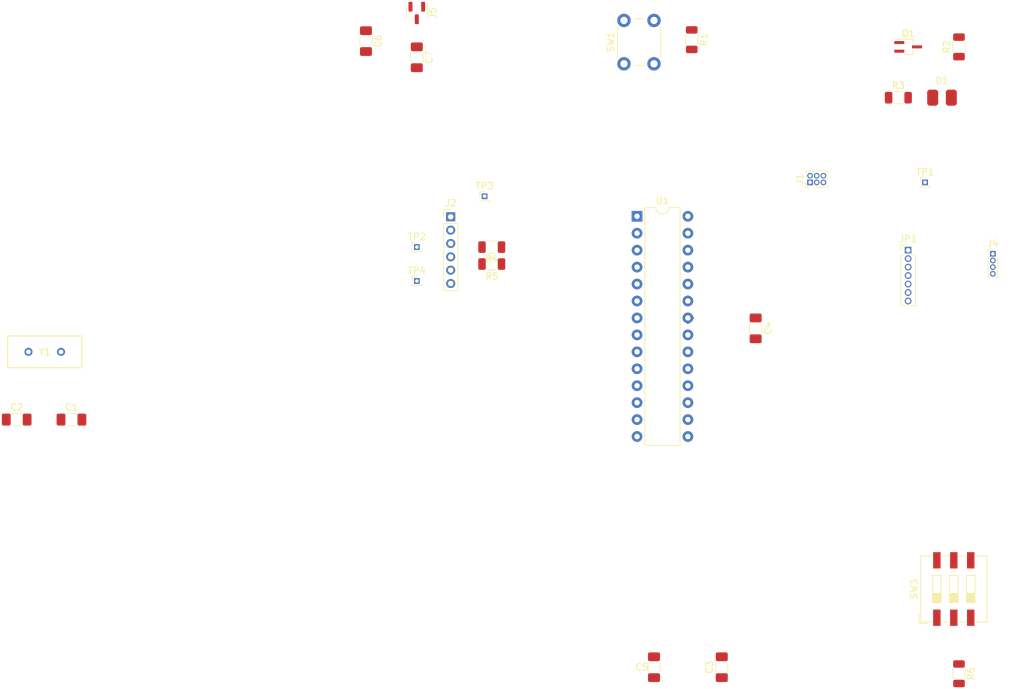
<source format=kicad_pcb>
(kicad_pcb (version 20221018) (generator pcbnew)
  (layers (0 "F.Cu" signal) (31 "B.Cu" signal) (34 "B.Paste" user) (35 "F.Paste" user) (36 "B.SilkS" user "B.Silkscreen") (37 "F.SilkS" user "F.Silkscreen") (38 "B.Mask" user) (39 "F.Mask" user) (44 "Edge.Cuts" user))
  (net 0 "")
  (net 1 "GND")
  (net 2 "Net-(U1-XTAL2{slash}PB7)")
  (net 3 "Net-(U1-XTAL1{slash}PB6)")
  (net 4 "+3.3V")
  (net 5 "Net-(U1-AREF)")
  (net 6 "+VDC")
  (net 7 "Net-(D1-K)")
  (net 8 "Net-(D1-A)")
  (net 9 "Net-(J1-MISO)")
  (net 10 "+5V")
  (net 11 "Net-(J1-SCK)")
  (net 12 "Net-(J1-MOSI)")
  (net 13 "Net-(J1-~{RST})")
  (net 15 "Net-(J2-Pin_3)")
  (net 16 "Net-(J2-Pin_4)")
  (net 17 "Net-(J2-Pin_5)")
  (net 19 "/SCL_3.3V")
  (net 20 "/SDA_3.3V")
  (net 21 "/V_IN")
  (net 22 "/INT")
  (net 23 "/LED_EN")
  (net 24 "Net-(U1-(RXD)PD0)")
  (net 25 "Net-(U1-(TXD)PD1)")
  (net 26 "Net-(R6-Pad2)")
  (net 31 "Net-(SW3-A)")
  (footprint "Resistor_SMD:R_1206_3216Metric" (layer "F.Cu") (at 208.28 43.18 90)
    (fp_text reference "R2" (at 0 -1.82 90) (layer "F.SilkS"))
    (fp_text value "1k")
    (fp_line (start -0.727064 -0.91) (end 0.727064 -0.91) (stroke (width 0.12)) (layer "F.SilkS"))
    (fp_line (start -0.727064 0.91) (end 0.727064 0.91) (stroke (width 0.12)) (layer "F.SilkS"))
    (pad "1" smd roundrect (at -1.4625 0 90) (size 1.125 1.75) (layers "F.Cu" "F.Paste" "F.Mask") (roundrect_rratio 0.222222) (net 4 "+3.3V"))
    (pad "2" smd roundrect (at 1.4625 0 90) (size 1.125 1.75) (layers "F.Cu" "F.Paste" "F.Mask") (roundrect_rratio 0.222222) (net 8 "Net-(D1-A)"))
  )
  (footprint "Connector_PinHeader_1.00mm:PinHeader_1x01_P1.00mm_Vertical" (layer "F.Cu") (at 127 78.28)
    (fp_text reference "TP4" (at 0 -1.56) (layer "F.SilkS"))
    (fp_text value "TestPoint")
    (fp_line (start -0.695 -0.685) (end 0 -0.685) (stroke (width 0.12)) (layer "F.SilkS"))
    (fp_line (start -0.695 0) (end -0.695 -0.685) (stroke (width 0.12)) (layer "F.SilkS"))
    (fp_line (start -0.695 0.685) (end -0.695 0.56) (stroke (width 0.12)) (layer "F.SilkS"))
    (fp_line (start -0.695 0.685) (end -0.608276 0.685) (stroke (width 0.12)) (layer "F.SilkS"))
    (fp_line (start -0.695 0.685) (end 0.695 0.685) (stroke (width 0.12)) (layer "F.SilkS"))
    (fp_line (start 0.608276 0.685) (end 0.695 0.685) (stroke (width 0.12)) (layer "F.SilkS"))
    (fp_line (start 0.695 0.685) (end 0.695 0.56) (stroke (width 0.12)) (layer "F.SilkS"))
    (pad "1" thru_hole rect (at 0 0) (size 0.85 0.85) (drill 0.5) (layers "*.Cu" "*.Mask") (net 17 "Net-(J2-Pin_5)"))
  )
  (footprint "Button_Switch_SMD:SW_DIP_SPSTx03_Slide_9.78x9.8mm_W8.61mm_P2.54mm" (layer "F.Cu") (at 207.505 124.46 90)
    (fp_text reference "SW3" (at 0 -5.96 90) (layer "F.SilkS"))
    (fp_text value "SW_MEC_5E")
    (fp_line (start -5.19 -5.2) (end -5.19 -3.817) (stroke (width 0.12)) (layer "F.SilkS"))
    (fp_line (start -5.19 -5.2) (end -3.806 -5.2) (stroke (width 0.12)) (layer "F.SilkS"))
    (fp_line (start -4.95 -4.96) (end -4.95 -3.34) (stroke (width 0.12)) (layer "F.SilkS"))
    (fp_line (start -4.95 -4.96) (end 4.95 -4.96) (stroke (width 0.12)) (layer "F.SilkS"))
    (fp_line (start -4.95 -1.74) (end -4.95 -0.8) (stroke (width 0.12)) (layer "F.SilkS"))
    (fp_line (start -4.95 0.8) (end -4.95 1.74) (stroke (width 0.12)) (layer "F.SilkS"))
    (fp_line (start -4.95 3.34) (end -4.95 4.96) (stroke (width 0.12)) (layer "F.SilkS"))
    (fp_line (start -4.95 4.96) (end 4.95 4.96) (stroke (width 0.12)) (layer "F.SilkS"))
    (fp_line (start -2.03 -3.175) (end -2.03 -1.905) (stroke (width 0.12)) (layer "F.SilkS"))
    (fp_line (start -2.03 -3.055) (end -0.676667 -3.055) (stroke (width 0.12)) (layer "F.SilkS"))
    (fp_line (start -2.03 -2.935) (end -0.676667 -2.935) (stroke (width 0.12)) (layer "F.SilkS"))
    (fp_line (start -2.03 -2.815) (end -0.676667 -2.815) (stroke (width 0.12)) (layer "F.SilkS"))
    (fp_line (start -2.03 -2.695) (end -0.676667 -2.695) (stroke (width 0.12)) (layer "F.SilkS"))
    (fp_line (start -2.03 -2.575) (end -0.676667 -2.575) (stroke (width 0.12)) (layer "F.SilkS"))
    (fp_line (start -2.03 -2.455) (end -0.676667 -2.455) (stroke (width 0.12)) (layer "F.SilkS"))
    (fp_line (start -2.03 -2.335) (end -0.676667 -2.335) (stroke (width 0.12)) (layer "F.SilkS"))
    (fp_line (start -2.03 -2.215) (end -0.676667 -2.215) (stroke (width 0.12)) (layer "F.SilkS"))
    (fp_line (start -2.03 -2.095) (end -0.676667 -2.095) (stroke (width 0.12)) (layer "F.SilkS"))
    (fp_line (start -2.03 -1.975) (end -0.676667 -1.975) (stroke (width 0.12)) (layer "F.SilkS"))
    (fp_line (start -2.03 -1.905) (end 2.03 -1.905) (stroke (width 0.12)) (layer "F.SilkS"))
    (fp_line (start -2.03 -0.635) (end -2.03 0.635) (stroke (width 0.12)) (layer "F.SilkS"))
    (fp_line (start -2.03 -0.515) (end -0.676667 -0.515) (stroke (width 0.12)) (layer "F.SilkS"))
    (fp_line (start -2.03 -0.395) (end -0.676667 -0.395) (stroke (width 0.12)) (layer "F.SilkS"))
    (fp_line (start -2.03 -0.275) (end -0.676667 -0.275) (stroke (width 0.12)) (layer "F.SilkS"))
    (fp_line (start -2.03 -0.155) (end -0.676667 -0.155) (stroke (width 0.12)) (layer "F.SilkS"))
    (fp_line (start -2.03 -0.035) (end -0.676667 -0.035) (stroke (width 0.12)) (layer "F.SilkS"))
    (fp_line (start -2.03 0.085) (end -0.676667 0.085) (stroke (width 0.12)) (layer "F.SilkS"))
    (fp_line (start -2.03 0.205) (end -0.676667 0.205) (stroke (width 0.12)) (layer "F.SilkS"))
    (fp_line (start -2.03 0.325) (end -0.676667 0.325) (stroke (width 0.12)) (layer "F.SilkS"))
    (fp_line (start -2.03 0.445) (end -0.676667 0.445) (stroke (width 0.12)) (layer "F.SilkS"))
    (fp_line (start -2.03 0.565) (end -0.676667 0.565) (stroke (width 0.12)) (layer "F.SilkS"))
    (fp_line (start -2.03 0.635) (end 2.03 0.635) (stroke (width 0.12)) (layer "F.SilkS"))
    (fp_line (start -2.03 1.905) (end -2.03 3.175) (stroke (width 0.12)) (layer "F.SilkS"))
    (fp_line (start -2.03 2.025) (end -0.676667 2.025) (stroke (width 0.12)) (layer "F.SilkS"))
    (fp_line (start -2.03 2.145) (end -0.676667 2.145) (stroke (width 0.12)) (layer "F.SilkS"))
    (fp_line (start -2.03 2.265) (end -0.676667 2.265) (stroke (width 0.12)) (layer "F.SilkS"))
    (fp_line (start -2.03 2.385) (end -0.676667 2.385) (stroke (width 0.12)) (layer "F.SilkS"))
    (fp_line (start -2.03 2.505) (end -0.676667 2.505) (stroke (width 0.12)) (layer "F.SilkS"))
    (fp_line (start -2.03 2.625) (end -0.676667 2.625) (stroke (width 0.12)) (layer "F.SilkS"))
    (fp_line (start -2.03 2.745) (end -0.676667 2.745) (stroke (width 0.12)) (layer "F.SilkS"))
    (fp_line (start -2.03 2.865) (end -0.676667 2.865) (stroke (width 0.12)) (layer "F.SilkS"))
    (fp_line (start -2.03 2.985) (end -0.676667 2.985) (stroke (width 0.12)) (layer "F.SilkS"))
    (fp_line (start -2.03 3.105) (end -0.676667 3.105) (stroke (width 0.12)) (layer "F.SilkS"))
    (fp_line (start -2.03 3.175) (end 2.03 3.175) (stroke (width 0.12)) (layer "F.SilkS"))
    (fp_line (start -0.676667 -3.175) (end -0.676667 -1.905) (stroke (width 0.12)) (layer "F.SilkS"))
    (fp_line (start -0.676667 -0.635) (end -0.676667 0.635) (stroke (width 0.12)) (layer "F.SilkS"))
    (fp_line (start -0.676667 1.905) (end -0.676667 3.175) (stroke (width 0.12)) (layer "F.SilkS"))
    (fp_line (start 2.03 -3.175) (end -2.03 -3.175) (stroke (width 0.12)) (layer "F.SilkS"))
    (fp_line (start 2.03 -1.905) (end 2.03 -3.175) (stroke (width 0.12)) (layer "F.SilkS"))
    (fp_line (start 2.03 -0.635) (end -2.03 -0.635) (stroke (width 0.12)) (layer "F.SilkS"))
    (fp_line (start 2.03 0.635) (end 2.03 -0.635) (stroke (width 0.12)) (layer "F.SilkS"))
    (fp_line (start 2.03 1.905) (end -2.03 1.905) (stroke (width 0.12)) (layer "F.SilkS"))
    (fp_line (start 2.03 3.175) (end 2.03 1.905) (stroke (width 0.12)) (layer "F.SilkS"))
    (fp_line (start 4.95 -4.96) (end 4.95 -3.34) (stroke (width 0.12)) (layer "F.SilkS"))
    (fp_line (start 4.95 -1.74) (end 4.95 -0.8) (stroke (width 0.12)) (layer "F.SilkS"))
    (fp_line (start 4.95 0.8) (end 4.95 1.74) (stroke (width 0.12)) (layer "F.SilkS"))
    (fp_line (start 4.95 3.34) (end 4.95 4.96) (stroke (width 0.12)) (layer "F.SilkS"))
    (pad "1" smd rect (at -4.305 -2.54 90) (size 2.44 1.12) (layers "F.Cu" "F.Paste" "F.Mask") (net 4 "+3.3V"))
    (pad "2" smd rect (at -4.305 0 90) (size 2.44 1.12) (layers "F.Cu" "F.Paste" "F.Mask") (net 26 "Net-(R6-Pad2)"))
    (pad "3" smd rect (at -4.305 2.54 90) (size 2.44 1.12) (layers "F.Cu" "F.Paste" "F.Mask"))
    (pad "4" smd rect (at 4.305 2.54 90) (size 2.44 1.12) (layers "F.Cu" "F.Paste" "F.Mask") (net 31 "Net-(SW3-A)"))
    (pad "5" smd rect (at 4.305 0 90) (size 2.44 1.12) (layers "F.Cu" "F.Paste" "F.Mask"))
    (pad "6" smd rect (at 4.305 -2.54 90) (size 2.44 1.12) (layers "F.Cu" "F.Paste" "F.Mask"))
  )
  (footprint "Capacitor_SMD:C_1206_3216Metric_Pad1.33x1.80mm_HandSolder" (layer "F.Cu") (at 172.72 136.1825 90)
    (fp_text reference "C3" (at 0 -1.85 90) (layer "F.SilkS"))
    (fp_text value "100n")
    (fp_line (start -0.711252 -0.91) (end 0.711252 -0.91) (stroke (width 0.12)) (layer "F.SilkS"))
    (fp_line (start -0.711252 0.91) (end 0.711252 0.91) (stroke (width 0.12)) (layer "F.SilkS"))
    (pad "1" smd roundrect (at -1.5625 0 90) (size 1.325 1.8) (layers "F.Cu" "F.Paste" "F.Mask") (roundrect_rratio 0.188679) (net 1 "GND"))
    (pad "2" smd roundrect (at 1.5625 0 90) (size 1.325 1.8) (layers "F.Cu" "F.Paste" "F.Mask") (roundrect_rratio 0.188679) (net 4 "+3.3V"))
  )
  (footprint "Resistor_SMD:R_1206_3216Metric" (layer "F.Cu") (at 199.1975 50.8)
    (fp_text reference "R3" (at 0 -1.82) (layer "F.SilkS"))
    (fp_text value "10k")
    (fp_line (start -0.727064 -0.91) (end 0.727064 -0.91) (stroke (width 0.12)) (layer "F.SilkS"))
    (fp_line (start -0.727064 0.91) (end 0.727064 0.91) (stroke (width 0.12)) (layer "F.SilkS"))
    (pad "1" smd roundrect (at -1.4625 0) (size 1.125 1.75) (layers "F.Cu" "F.Paste" "F.Mask") (roundrect_rratio 0.222222) (net 11 "Net-(J1-SCK)"))
    (pad "2" smd roundrect (at 1.4625 0) (size 1.125 1.75) (layers "F.Cu" "F.Paste" "F.Mask") (roundrect_rratio 0.222222) (net 1 "GND"))
  )
  (footprint "Connector_PinHeader_1.00mm:PinHeader_1x01_P1.00mm_Vertical" (layer "F.Cu") (at 137.16 65.58)
    (fp_text reference "TP3" (at 0 -1.56) (layer "F.SilkS"))
    (fp_text value "TestPoint")
    (fp_line (start -0.695 -0.685) (end 0 -0.685) (stroke (width 0.12)) (layer "F.SilkS"))
    (fp_line (start -0.695 0) (end -0.695 -0.685) (stroke (width 0.12)) (layer "F.SilkS"))
    (fp_line (start -0.695 0.685) (end -0.695 0.56) (stroke (width 0.12)) (layer "F.SilkS"))
    (fp_line (start -0.695 0.685) (end -0.608276 0.685) (stroke (width 0.12)) (layer "F.SilkS"))
    (fp_line (start -0.695 0.685) (end 0.695 0.685) (stroke (width 0.12)) (layer "F.SilkS"))
    (fp_line (start 0.608276 0.685) (end 0.695 0.685) (stroke (width 0.12)) (layer "F.SilkS"))
    (fp_line (start 0.695 0.685) (end 0.695 0.56) (stroke (width 0.12)) (layer "F.SilkS"))
    (pad "1" thru_hole rect (at 0 0) (size 0.85 0.85) (drill 0.5) (layers "*.Cu" "*.Mask") (net 16 "Net-(J2-Pin_4)"))
  )
  (footprint "Package_TO_SOT_SMD:SOT-323_SC-70_Handsoldering" (layer "F.Cu") (at 200.66 43.18)
    (fp_text reference "Q1" (at 0 -2) (layer "F.SilkS"))
    (fp_text value "Q_NMOS_GDS")
    (fp_line (start -0.675 1.16) (end 0.735 1.16) (stroke (width 0.12)) (layer "F.SilkS"))
    (fp_line (start 0.735 -1.17) (end 0.735 -0.5) (stroke (width 0.12)) (layer "F.SilkS"))
    (fp_line (start 0.735 -1.16) (end -2 -1.16) (stroke (width 0.12)) (layer "F.SilkS"))
    (fp_line (start 0.735 0.5) (end 0.735 1.16) (stroke (width 0.12)) (layer "F.SilkS"))
    (pad "1" smd rect (at -1.33 -0.65 270) (size 0.45 1.5) (layers "F.Cu" "F.Paste" "F.Mask") (net 11 "Net-(J1-SCK)"))
    (pad "2" smd rect (at -1.33 0.65 270) (size 0.45 1.5) (layers "F.Cu" "F.Paste" "F.Mask") (net 7 "Net-(D1-K)"))
    (pad "3" smd rect (at 1.33 0 270) (size 0.45 1.5) (layers "F.Cu" "F.Paste" "F.Mask") (net 1 "GND"))
  )
  (footprint "Connector_PinHeader_1.27mm:PinHeader_1x07_P1.27mm_Vertical" (layer "F.Cu") (at 200.66 73.66)
    (fp_text reference "JP1" (at 0 -1.695) (layer "F.SilkS"))
    (fp_text value "HEADER-1X770MIL")
    (fp_line (start -1.11 -0.76) (end 0 -0.76) (stroke (width 0.12)) (layer "F.SilkS"))
    (fp_line (start -1.11 0) (end -1.11 -0.76) (stroke (width 0.12)) (layer "F.SilkS"))
    (fp_line (start -1.11 0.76) (end -1.11 8.315) (stroke (width 0.12)) (layer "F.SilkS"))
    (fp_line (start -1.11 0.76) (end -0.563471 0.76) (stroke (width 0.12)) (layer "F.SilkS"))
    (fp_line (start -1.11 8.315) (end -0.30753 8.315) (stroke (width 0.12)) (layer "F.SilkS"))
    (fp_line (start 0.30753 8.315) (end 1.11 8.315) (stroke (width 0.12)) (layer "F.SilkS"))
    (fp_line (start 0.563471 0.76) (end 1.11 0.76) (stroke (width 0.12)) (layer "F.SilkS"))
    (fp_line (start 1.11 0.76) (end 1.11 8.315) (stroke (width 0.12)) (layer "F.SilkS"))
    (pad "1" thru_hole rect (at 0 0) (size 1 1) (drill 0.65) (layers "*.Cu" "*.Mask") (net 21 "/V_IN"))
    (pad "2" thru_hole oval (at 0 1.27) (size 1 1) (drill 0.65) (layers "*.Cu" "*.Mask") (net 1 "GND"))
    (pad "3" thru_hole oval (at 0 2.54) (size 1 1) (drill 0.65) (layers "*.Cu" "*.Mask") (net 4 "+3.3V"))
    (pad "4" thru_hole oval (at 0 3.81) (size 1 1) (drill 0.65) (layers "*.Cu" "*.Mask") (net 19 "/SCL_3.3V"))
    (pad "5" thru_hole oval (at 0 5.08) (size 1 1) (drill 0.65) (layers "*.Cu" "*.Mask") (net 20 "/SDA_3.3V"))
    (pad "6" thru_hole oval (at 0 6.35) (size 1 1) (drill 0.65) (layers "*.Cu" "*.Mask") (net 22 "/INT"))
    (pad "7" thru_hole oval (at 0 7.62) (size 1 1) (drill 0.65) (layers "*.Cu" "*.Mask") (net 23 "/LED_EN"))
  )
  (footprint "LED_SMD:LED_0805_2012Metric_Pad1.15x1.40mm_HandSolder" (layer "F.Cu") (at 205.74 50.8)
    (fp_text reference "D1" (at 0 -2.54) (layer "F.SilkS"))
    (fp_text value "LED")
    (pad "1" smd roundrect (at -1.403 0) (size 1.65 2.41) (layers "F.Cu" "F.Paste" "F.Mask") (net 7 "Net-(D1-K)"))
    (pad "2" smd roundrect (at 1.397 0) (size 1.65 2.41) (layers "F.Cu" "F.Paste" "F.Mask") (net 8 "Net-(D1-A)"))
  )
  (footprint "Capacitor_SMD:C_1206_3216Metric_Pad1.33x1.80mm_HandSolder" (layer "F.Cu") (at 67.0175 99.06)
    (fp_text reference "C2" (at 0 -1.85) (layer "F.SilkS"))
    (fp_text value "20p")
    (fp_line (start -0.711252 -0.91) (end 0.711252 -0.91) (stroke (width 0.12)) (layer "F.SilkS"))
    (fp_line (start -0.711252 0.91) (end 0.711252 0.91) (stroke (width 0.12)) (layer "F.SilkS"))
    (pad "1" smd roundrect (at -1.5625 0) (size 1.325 1.8) (layers "F.Cu" "F.Paste" "F.Mask") (roundrect_rratio 0.188679) (net 1 "GND"))
    (pad "2" smd roundrect (at 1.5625 0) (size 1.325 1.8) (layers "F.Cu" "F.Paste" "F.Mask") (roundrect_rratio 0.188679) (net 3 "Net-(U1-XTAL1{slash}PB6)"))
  )
  (footprint "Resistor_SMD:R_1206_3216Metric" (layer "F.Cu") (at 168.22 42.1025 -90)
    (fp_text reference "R1" (at 0 -1.82 90) (layer "F.SilkS"))
    (fp_text value "10k")
    (fp_line (start -0.727064 -0.91) (end 0.727064 -0.91) (stroke (width 0.12)) (layer "F.SilkS"))
    (fp_line (start -0.727064 0.91) (end 0.727064 0.91) (stroke (width 0.12)) (layer "F.SilkS"))
    (pad "1" smd roundrect (at -1.4625 0 270) (size 1.125 1.75) (layers "F.Cu" "F.Paste" "F.Mask") (roundrect_rratio 0.222222) (net 4 "+3.3V"))
    (pad "2" smd roundrect (at 1.4625 0 270) (size 1.125 1.75) (layers "F.Cu" "F.Paste" "F.Mask") (roundrect_rratio 0.222222) (net 13 "Net-(J1-~{RST})"))
  )
  (footprint "Capacitor_SMD:C_1206_3216Metric_Pad1.33x1.80mm_HandSolder" (layer "F.Cu") (at 119.38 42.3175 -90)
    (fp_text reference "C6" (at 0 -1.85 -90) (layer "F.SilkS"))
    (fp_text value "1uF")
    (fp_line (start -0.711252 -0.91) (end 0.711252 -0.91) (stroke (width 0.12)) (layer "F.SilkS"))
    (fp_line (start -0.711252 0.91) (end 0.711252 0.91) (stroke (width 0.12)) (layer "F.SilkS"))
    (pad "1" smd roundrect (at -1.5625 0 270) (size 1.325 1.8) (layers "F.Cu" "F.Paste" "F.Mask") (roundrect_rratio 0.188679) (net 6 "+VDC"))
    (pad "2" smd roundrect (at 1.5625 0 270) (size 1.325 1.8) (layers "F.Cu" "F.Paste" "F.Mask") (roundrect_rratio 0.188679) (net 1 "GND"))
  )
  (footprint "Button_Switch_THT:SW_PUSH_6mm" (layer "F.Cu") (at 158.06 45.72 90)
    (fp_text reference "SW1" (at 3.25 -2 90) (layer "F.SilkS"))
    (fp_text value "SW_SPST")
    (fp_line (start -0.25 1.5) (end -0.25 3) (stroke (width 0.12)) (layer "F.SilkS"))
    (fp_line (start 1 5.5) (end 5.5 5.5) (stroke (width 0.12)) (layer "F.SilkS"))
    (fp_line (start 5.5 -1) (end 1 -1) (stroke (width 0.12)) (layer "F.SilkS"))
    (fp_line (start 6.75 3) (end 6.75 1.5) (stroke (width 0.12)) (layer "F.SilkS"))
    (pad "1" thru_hole circle (at 0 0 180) (size 2 2) (drill 1.1) (layers "*.Cu" "*.Mask") (net 1 "GND"))
    (pad "1" thru_hole circle (at 6.5 0 180) (size 2 2) (drill 1.1) (layers "*.Cu" "*.Mask") (net 1 "GND"))
    (pad "2" thru_hole circle (at 0 4.5 180) (size 2 2) (drill 1.1) (layers "*.Cu" "*.Mask") (net 13 "Net-(J1-~{RST})"))
    (pad "2" thru_hole circle (at 6.5 4.5 180) (size 2 2) (drill 1.1) (layers "*.Cu" "*.Mask") (net 13 "Net-(J1-~{RST})"))
  )
  (footprint "Capacitor_SMD:C_1206_3216Metric_Pad1.33x1.80mm_HandSolder" (layer "F.Cu") (at 162.56 136.1825 90)
    (fp_text reference "C5" (at 0 -1.85) (layer "F.SilkS"))
    (fp_text value "100n")
    (fp_line (start -0.711252 -0.91) (end 0.711252 -0.91) (stroke (width 0.12)) (layer "F.SilkS"))
    (fp_line (start -0.711252 0.91) (end 0.711252 0.91) (stroke (width 0.12)) (layer "F.SilkS"))
    (pad "1" smd roundrect (at -1.5625 0 90) (size 1.325 1.8) (layers "F.Cu" "F.Paste" "F.Mask") (roundrect_rratio 0.188679) (net 1 "GND"))
    (pad "2" smd roundrect (at 1.5625 0 90) (size 1.325 1.8) (layers "F.Cu" "F.Paste" "F.Mask") (roundrect_rratio 0.188679) (net 5 "Net-(U1-AREF)"))
  )
  (footprint "footprints:ATS08A-E_CTS" (layer "F.Cu") (at 68.779999 88.9)
    (fp_text reference "Y1" (at 2.44 0 unlocked) (layer "F.SilkS"))
    (fp_text value "8 MHz")
    (fp_line (start -3.1099 -2.3749) (end -3.1099 2.3749) (stroke (width 0.1524)) (layer "F.SilkS"))
    (fp_line (start 7.9899 -2.3749) (end -3.1099 -2.3749) (stroke (width 0.1524)) (layer "F.SilkS"))
    (fp_line (start 7.9899 -2.3749) (end 7.9899 2.3749) (stroke (width 0.1524)) (layer "F.SilkS"))
    (fp_line (start 7.9899 2.3749) (end -3.1099 2.3749) (stroke (width 0.1524)) (layer "F.SilkS"))
    (pad "1" thru_hole circle (at 0 0) (size 1.1938 1.1938) (drill 0.6858) (layers "*.Cu" "*.Mask") (net 3 "Net-(U1-XTAL1{slash}PB6)"))
    (pad "2" thru_hole circle (at 4.880001 0) (size 1.1938 1.1938) (drill 0.6858) (layers "*.Cu" "*.Mask") (net 2 "Net-(U1-XTAL2{slash}PB7)"))
  )
  (footprint "Connector_PinHeader_1.00mm:PinHeader_1x04_P1.00mm_Vertical" (layer "F.Cu") (at 213.36 74.2)
    (fp_text reference "J4" (at 0 -1.56) (layer "F.SilkS"))
    (fp_text value "Conn_01x04")
    (fp_line (start -0.695 -0.685) (end 0 -0.685) (stroke (width 0.12)) (layer "F.SilkS"))
    (fp_line (start -0.695 0) (end -0.695 -0.685) (stroke (width 0.12)) (layer "F.SilkS"))
    (fp_line (start -0.695 0.685) (end -0.695 3.56) (stroke (width 0.12)) (layer "F.SilkS"))
    (fp_line (start -0.695 0.685) (end -0.608276 0.685) (stroke (width 0.12)) (layer "F.SilkS"))
    (fp_line (start -0.695 3.56) (end -0.394493 3.56) (stroke (width 0.12)) (layer "F.SilkS"))
    (fp_line (start 0.394493 3.56) (end 0.695 3.56) (stroke (width 0.12)) (layer "F.SilkS"))
    (fp_line (start 0.608276 0.685) (end 0.695 0.685) (stroke (width 0.12)) (layer "F.SilkS"))
    (fp_line (start 0.695 0.685) (end 0.695 3.56) (stroke (width 0.12)) (layer "F.SilkS"))
    (pad "1" thru_hole rect (at 0 0) (size 0.85 0.85) (drill 0.5) (layers "*.Cu" "*.Mask") (net 1 "GND"))
    (pad "2" thru_hole oval (at 0 1) (size 0.85 0.85) (drill 0.5) (layers "*.Cu" "*.Mask") (net 4 "+3.3V"))
    (pad "3" thru_hole oval (at 0 2) (size 0.85 0.85) (drill 0.5) (layers "*.Cu" "*.Mask") (net 19 "/SCL_3.3V"))
    (pad "4" thru_hole oval (at 0 3) (size 0.85 0.85) (drill 0.5) (layers "*.Cu" "*.Mask") (net 20 "/SDA_3.3V"))
  )
  (footprint "Capacitor_SMD:C_1206_3216Metric_Pad1.33x1.80mm_HandSolder" (layer "F.Cu") (at 177.8 85.3825 -90)
    (fp_text reference "C4" (at 0 -1.85 90) (layer "F.SilkS"))
    (fp_text value "100n")
    (fp_line (start -0.711252 -0.91) (end 0.711252 -0.91) (stroke (width 0.12)) (layer "F.SilkS"))
    (fp_line (start -0.711252 0.91) (end 0.711252 0.91) (stroke (width 0.12)) (layer "F.SilkS"))
    (pad "1" smd roundrect (at -1.5625 0 270) (size 1.325 1.8) (layers "F.Cu" "F.Paste" "F.Mask") (roundrect_rratio 0.188679) (net 1 "GND"))
    (pad "2" smd roundrect (at 1.5625 0 270) (size 1.325 1.8) (layers "F.Cu" "F.Paste" "F.Mask") (roundrect_rratio 0.188679) (net 4 "+3.3V"))
  )
  (footprint "Package_TO_SOT_SMD:SOT-23" (layer "F.Cu") (at 127 38.1 -90)
    (fp_text reference "J5" (at 0 -2.4 -90) (layer "F.SilkS"))
    (fp_text value "~")
    (fp_line (start 0 -1.56) (end -1.675 -1.56) (stroke (width 0.12)) (layer "F.SilkS"))
    (fp_line (start 0 -1.56) (end 0.65 -1.56) (stroke (width 0.12)) (layer "F.SilkS"))
    (fp_line (start 0 1.56) (end -0.65 1.56) (stroke (width 0.12)) (layer "F.SilkS"))
    (fp_line (start 0 1.56) (end 0.65 1.56) (stroke (width 0.12)) (layer "F.SilkS"))
    (pad "1" smd roundrect (at -0.9375 -0.95 270) (size 1.475 0.6) (layers "F.Cu" "F.Paste" "F.Mask") (net 6 "+VDC"))
    (pad "2" smd roundrect (at -0.9375 0.95 270) (size 1.475 0.6) (layers "F.Cu" "F.Paste" "F.Mask") (net 4 "+3.3V"))
    (pad "3" smd roundrect (at 0.9375 0 270) (size 1.475 0.6) (layers "F.Cu" "F.Paste" "F.Mask") (net 1 "GND"))
  )
  (footprint "Connector_PinHeader_1.00mm:PinHeader_1x01_P1.00mm_Vertical" (layer "F.Cu") (at 127 73.2)
    (fp_text reference "TP2" (at 0 -1.56) (layer "F.SilkS"))
    (fp_text value "TestPoint")
    (fp_line (start -0.695 -0.685) (end 0 -0.685) (stroke (width 0.12)) (layer "F.SilkS"))
    (fp_line (start -0.695 0) (end -0.695 -0.685) (stroke (width 0.12)) (layer "F.SilkS"))
    (fp_line (start -0.695 0.685) (end -0.695 0.56) (stroke (width 0.12)) (layer "F.SilkS"))
    (fp_line (start -0.695 0.685) (end -0.608276 0.685) (stroke (width 0.12)) (layer "F.SilkS"))
    (fp_line (start -0.695 0.685) (end 0.695 0.685) (stroke (width 0.12)) (layer "F.SilkS"))
    (fp_line (start 0.608276 0.685) (end 0.695 0.685) (stroke (width 0.12)) (layer "F.SilkS"))
    (fp_line (start 0.695 0.685) (end 0.695 0.56) (stroke (width 0.12)) (layer "F.SilkS"))
    (pad "1" thru_hole rect (at 0 0) (size 0.85 0.85) (drill 0.5) (layers "*.Cu" "*.Mask") (net 15 "Net-(J2-Pin_3)"))
  )
  (footprint "Package_DIP:DIP-28_W7.62mm" (layer "F.Cu") (at 160.02 68.58)
    (fp_text reference "U1" (at 3.81 -2.33) (layer "F.SilkS"))
    (fp_text value "ATmega328P-P")
    (fp_line (start 1.16 -1.33) (end 1.16 34.35) (stroke (width 0.12)) (layer "F.SilkS"))
    (fp_line (start 1.16 34.35) (end 6.46 34.35) (stroke (width 0.12)) (layer "F.SilkS"))
    (fp_line (start 2.81 -1.33) (end 1.16 -1.33) (stroke (width 0.12)) (layer "F.SilkS"))
    (fp_line (start 6.46 -1.33) (end 4.81 -1.33) (stroke (width 0.12)) (layer "F.SilkS"))
    (fp_line (start 6.46 34.35) (end 6.46 -1.33) (stroke (width 0.12)) (layer "F.SilkS"))
    (fp_arc (start 4.81 -1.33) (mid 3.81 -0.33) (end 2.81 -1.33) (stroke (width 0.12)) (layer "F.SilkS"))
    (pad "1" thru_hole rect (at 0 0) (size 1.6 1.6) (drill 0.8) (layers "*.Cu" "*.Mask") (net 13 "Net-(J1-~{RST})"))
    (pad "2" thru_hole oval (at 0 2.54) (size 1.6 1.6) (drill 0.8) (layers "*.Cu" "*.Mask") (net 24 "Net-(U1-(RXD)PD0)"))
    (pad "3" thru_hole oval (at 0 5.08) (size 1.6 1.6) (drill 0.8) (layers "*.Cu" "*.Mask") (net 25 "Net-(U1-(TXD)PD1)"))
    (pad "4" thru_hole oval (at 0 7.62) (size 1.6 1.6) (drill 0.8) (layers "*.Cu" "*.Mask"))
    (pad "5" thru_hole oval (at 0 10.16) (size 1.6 1.6) (drill 0.8) (layers "*.Cu" "*.Mask"))
    (pad "6" thru_hole oval (at 0 12.7) (size 1.6 1.6) (drill 0.8) (layers "*.Cu" "*.Mask"))
    (pad "7" thru_hole oval (at 0 15.24) (size 1.6 1.6) (drill 0.8) (layers "*.Cu" "*.Mask") (net 4 "+3.3V"))
    (pad "8" thru_hole oval (at 0 17.78) (size 1.6 1.6) (drill 0.8) (layers "*.Cu" "*.Mask") (net 1 "GND"))
    (pad "9" thru_hole oval (at 0 20.32) (size 1.6 1.6) (drill 0.8) (layers "*.Cu" "*.Mask") (net 3 "Net-(U1-XTAL1{slash}PB6)"))
    (pad "10" thru_hole oval (at 0 22.86) (size 1.6 1.6) (drill 0.8) (layers "*.Cu" "*.Mask") (net 2 "Net-(U1-XTAL2{slash}PB7)"))
    (pad "11" thru_hole oval (at 0 25.4) (size 1.6 1.6) (drill 0.8) (layers "*.Cu" "*.Mask"))
    (pad "12" thru_hole oval (at 0 27.94) (size 1.6 1.6) (drill 0.8) (layers "*.Cu" "*.Mask") (net 23 "/LED_EN"))
    (pad "13" thru_hole oval (at 0 30.48) (size 1.6 1.6) (drill 0.8) (layers "*.Cu" "*.Mask") (net 31 "Net-(SW3-A)"))
    (pad "14" thru_hole oval (at 0 33.02) (size 1.6 1.6) (drill 0.8) (layers "*.Cu" "*.Mask"))
    (pad "15" thru_hole oval (at 7.62 33.02) (size 1.6 1.6) (drill 0.8) (layers "*.Cu" "*.Mask"))
    (pad "16" thru_hole oval (at 7.62 30.48) (size 1.6 1.6) (drill 0.8) (layers "*.Cu" "*.Mask"))
    (pad "17" thru_hole oval (at 7.62 27.94) (size 1.6 1.6) (drill 0.8) (layers "*.Cu" "*.Mask") (net 12 "Net-(J1-MOSI)"))
    (pad "18" thru_hole oval (at 7.62 25.4) (size 1.6 1.6) (drill 0.8) (layers "*.Cu" "*.Mask") (net 9 "Net-(J1-MISO)"))
    (pad "19" thru_hole oval (at 7.62 22.86) (size 1.6 1.6) (drill 0.8) (layers "*.Cu" "*.Mask") (net 11 "Net-(J1-SCK)"))
    (pad "20" thru_hole oval (at 7.62 20.32) (size 1.6 1.6) (drill 0.8) (layers "*.Cu" "*.Mask") (net 4 "+3.3V"))
    (pad "21" thru_hole oval (at 7.62 17.78) (size 1.6 1.6) (drill 0.8) (layers "*.Cu" "*.Mask") (net 5 "Net-(U1-AREF)"))
    (pad "22" thru_hole oval (at 7.62 15.24) (size 1.6 1.6) (drill 0.8) (layers "*.Cu" "*.Mask") (net 1 "GND"))
    (pad "23" thru_hole oval (at 7.62 12.7) (size 1.6 1.6) (drill 0.8) (layers "*.Cu" "*.Mask"))
    (pad "24" thru_hole oval (at 7.62 10.16) (size 1.6 1.6) (drill 0.8) (layers "*.Cu" "*.Mask"))
    (pad "25" thru_hole oval (at 7.62 7.62) (size 1.6 1.6) (drill 0.8) (layers "*.Cu" "*.Mask"))
    (pad "26" thru_hole oval (at 7.62 5.08) (size 1.6 1.6) (drill 0.8) (layers "*.Cu" "*.Mask"))
    (pad "27" thru_hole oval (at 7.62 2.54) (size 1.6 1.6) (drill 0.8) (layers "*.Cu" "*.Mask") (net 20 "/SDA_3.3V"))
    (pad "28" thru_hole oval (at 7.62 0) (size 1.6 1.6) (drill 0.8) (layers "*.Cu" "*.Mask") (net 19 "/SCL_3.3V"))
  )
  (footprint "Capacitor_SMD:C_1206_3216Metric_Pad1.33x1.80mm_HandSolder" (layer "F.Cu") (at 127 44.7425 -90)
    (fp_text reference "C7" (at 0 -1.85 -90) (layer "F.SilkS"))
    (fp_text value "1uF")
    (fp_line (start -0.711252 -0.91) (end 0.711252 -0.91) (stroke (width 0.12)) (layer "F.SilkS"))
    (fp_line (start -0.711252 0.91) (end 0.711252 0.91) (stroke (width 0.12)) (layer "F.SilkS"))
    (pad "1" smd roundrect (at -1.5625 0 270) (size 1.325 1.8) (layers "F.Cu" "F.Paste" "F.Mask") (roundrect_rratio 0.188679) (net 4 "+3.3V"))
    (pad "2" smd roundrect (at 1.5625 0 270) (size 1.325 1.8) (layers "F.Cu" "F.Paste" "F.Mask") (roundrect_rratio 0.188679) (net 1 "GND"))
  )
  (footprint "Connector_PinHeader_1.00mm:PinHeader_1x01_P1.00mm_Vertical" (layer "F.Cu") (at 203.2 63.5)
    (fp_text reference "TP1" (at 0 -1.56) (layer "F.SilkS"))
    (fp_text value "TestPoint")
    (fp_line (start -0.695 -0.685) (end 0 -0.685) (stroke (width 0.12)) (layer "F.SilkS"))
    (fp_line (start -0.695 0) (end -0.695 -0.685) (stroke (width 0.12)) (layer "F.SilkS"))
    (fp_line (start -0.695 0.685) (end -0.695 0.56) (stroke (width 0.12)) (layer "F.SilkS"))
    (fp_line (start -0.695 0.685) (end -0.608276 0.685) (stroke (width 0.12)) (layer "F.SilkS"))
    (fp_line (start -0.695 0.685) (end 0.695 0.685) (stroke (width 0.12)) (layer "F.SilkS"))
    (fp_line (start 0.608276 0.685) (end 0.695 0.685) (stroke (width 0.12)) (layer "F.SilkS"))
    (fp_line (start 0.695 0.685) (end 0.695 0.56) (stroke (width 0.12)) (layer "F.SilkS"))
    (pad "1" thru_hole rect (at 0 0) (size 0.85 0.85) (drill 0.5) (layers "*.Cu" "*.Mask") (net 13 "Net-(J1-~{RST})"))
  )
  (footprint "Connector_PinHeader_1.00mm:PinHeader_2x03_P1.00mm_Vertical" (layer "F.Cu") (at 185.96 63.5 90)
    (fp_text reference "J1" (at 0.5 -1.56 90) (layer "F.SilkS"))
    (fp_text value "ICSP CONN")
    (fp_line (start -0.71 -0.685) (end 0 -0.685) (stroke (width 0.12)) (layer "F.SilkS"))
    (fp_line (start -0.71 0) (end -0.71 -0.685) (stroke (width 0.12)) (layer "F.SilkS"))
    (fp_line (start -0.71 0.685) (end -0.71 2.56) (stroke (width 0.12)) (layer "F.SilkS"))
    (fp_line (start -0.71 0.685) (end -0.608276 0.685) (stroke (width 0.12)) (layer "F.SilkS"))
    (fp_line (start -0.71 2.56) (end -0.394493 2.56) (stroke (width 0.12)) (layer "F.SilkS"))
    (fp_line (start 0.394493 2.56) (end 0.605507 2.56) (stroke (width 0.12)) (layer "F.SilkS"))
    (fp_line (start 1.394493 -0.56) (end 1.71 -0.56) (stroke (width 0.12)) (layer "F.SilkS"))
    (fp_line (start 1.394493 2.56) (end 1.71 2.56) (stroke (width 0.12)) (layer "F.SilkS"))
    (fp_line (start 1.71 -0.56) (end 1.71 2.56) (stroke (width 0.12)) (layer "F.SilkS"))
    (pad "1" thru_hole rect (at 0 0 90) (size 0.85 0.85) (drill 0.5) (layers "*.Cu" "*.Mask") (net 9 "Net-(J1-MISO)"))
    (pad "2" thru_hole oval (at 1 0 90) (size 0.85 0.85) (drill 0.5) (layers "*.Cu" "*.Mask") (net 10 "+5V"))
    (pad "3" thru_hole oval (at 0 1 90) (size 0.85 0.85) (drill 0.5) (layers "*.Cu" "*.Mask") (net 11 "Net-(J1-SCK)"))
    (pad "4" thru_hole oval (at 1 1 90) (size 0.85 0.85) (drill 0.5) (layers "*.Cu" "*.Mask") (net 12 "Net-(J1-MOSI)"))
    (pad "5" thru_hole oval (at 0 2 90) (size 0.85 0.85) (drill 0.5) (layers "*.Cu" "*.Mask") (net 13 "Net-(J1-~{RST})"))
    (pad "6" thru_hole oval (at 1 2 90) (size 0.85 0.85) (drill 0.5) (layers "*.Cu" "*.Mask") (net 1 "GND"))
  )
  (footprint "Resistor_SMD:R_1206_3216Metric" (layer "F.Cu") (at 138.2375 75.74 180)
    (fp_text reference "R5" (at 0 -1.82) (layer "F.SilkS"))
    (fp_text value "1k")
    (fp_line (start -0.727064 -0.91) (end 0.727064 -0.91) (stroke (width 0.12)) (layer "F.SilkS"))
    (fp_line (start -0.727064 0.91) (end 0.727064 0.91) (stroke (width 0.12)) (layer "F.SilkS"))
    (pad "1" smd roundrect (at -1.4625 0 180) (size 1.125 1.75) (layers "F.Cu" "F.Paste" "F.Mask") (roundrect_rratio 0.222222) (net 25 "Net-(U1-(TXD)PD1)"))
    (pad "2" smd roundrect (at 1.4625 0 180) (size 1.125 1.75) (layers "F.Cu" "F.Paste" "F.Mask") (roundrect_rratio 0.222222) (net 17 "Net-(J2-Pin_5)"))
  )
  (footprint "Resistor_SMD:R_1206_3216Metric" (layer "F.Cu") (at 208.28 137.16 -90)
    (fp_text reference "R6" (at 0 -1.82 90) (layer "F.SilkS"))
    (fp_text value "10k")
    (fp_line (start -0.727064 -0.91) (end 0.727064 -0.91) (stroke (width 0.12)) (layer "F.SilkS"))
    (fp_line (start -0.727064 0.91) (end 0.727064 0.91) (stroke (width 0.12)) (layer "F.SilkS"))
    (pad "1" smd roundrect (at -1.4625 0 270) (size 1.125 1.75) (layers "F.Cu" "F.Paste" "F.Mask") (roundrect_rratio 0.222222) (net 1 "GND"))
    (pad "2" smd roundrect (at 1.4625 0 270) (size 1.125 1.75) (layers "F.Cu" "F.Paste" "F.Mask") (roundrect_rratio 0.222222) (net 26 "Net-(R6-Pad2)"))
  )
  (footprint "Capacitor_SMD:C_1206_3216Metric_Pad1.33x1.80mm_HandSolder" (layer "F.Cu") (at 75.2225 99.06)
    (fp_text reference "C1" (at 0 -1.85) (layer "F.SilkS"))
    (fp_text value "20p")
    (fp_line (start -0.711252 -0.91) (end 0.711252 -0.91) (stroke (width 0.12)) (layer "F.SilkS"))
    (fp_line (start -0.711252 0.91) (end 0.711252 0.91) (stroke (width 0.12)) (layer "F.SilkS"))
    (pad "1" smd roundrect (at -1.5625 0) (size 1.325 1.8) (layers "F.Cu" "F.Paste" "F.Mask") (roundrect_rratio 0.188679) (net 1 "GND"))
    (pad "2" smd roundrect (at 1.5625 0) (size 1.325 1.8) (layers "F.Cu" "F.Paste" "F.Mask") (roundrect_rratio 0.188679) (net 2 "Net-(U1-XTAL2{slash}PB7)"))
  )
  (footprint "Resistor_SMD:R_1206_3216Metric" (layer "F.Cu") (at 138.2375 73.2 180)
    (fp_text reference "R4" (at 0 -1.82) (layer "F.SilkS"))
    (fp_text value "1k")
    (fp_line (start -0.727064 -0.91) (end 0.727064 -0.91) (stroke (width 0.12)) (layer "F.SilkS"))
    (fp_line (start -0.727064 0.91) (end 0.727064 0.91) (stroke (width 0.12)) (layer "F.SilkS"))
    (pad "1" smd roundrect (at -1.4625 0 180) (size 1.125 1.75) (layers "F.Cu" "F.Paste" "F.Mask") (roundrect_rratio 0.222222) (net 24 "Net-(U1-(RXD)PD0)"))
    (pad "2" smd roundrect (at 1.4625 0 180) (size 1.125 1.75) (layers "F.Cu" "F.Paste" "F.Mask") (roundrect_rratio 0.222222) (net 16 "Net-(J2-Pin_4)"))
  )
  (footprint "Connector_PinHeader_2.00mm:PinHeader_1x06_P2.00mm_Vertical" (layer "F.Cu") (at 132.08 68.66)
    (fp_text reference "J2" (at 0 -2.06) (layer "F.SilkS"))
    (fp_text value "Conn_01x06_MountingPin")
    (fp_line (start -1.06 -1.06) (end 0 -1.06) (stroke (width 0.12)) (layer "F.SilkS"))
    (fp_line (start -1.06 0) (end -1.06 -1.06) (stroke (width 0.12)) (layer "F.SilkS"))
    (fp_line (start -1.06 1) (end -1.06 11.06) (stroke (width 0.12)) (layer "F.SilkS"))
    (fp_line (start -1.06 1) (end 1.06 1) (stroke (width 0.12)) (layer "F.SilkS"))
    (fp_line (start -1.06 11.06) (end 1.06 11.06) (stroke (width 0.12)) (layer "F.SilkS"))
    (fp_line (start 1.06 1) (end 1.06 11.06) (stroke (width 0.12)) (layer "F.SilkS"))
    (pad "1" thru_hole rect (at 0 0) (size 1.35 1.35) (drill 0.8) (layers "*.Cu" "*.Mask") (net 1 "GND"))
    (pad "2" thru_hole oval (at 0 2) (size 1.35 1.35) (drill 0.8) (layers "*.Cu" "*.Mask"))
    (pad "3" thru_hole oval (at 0 4) (size 1.35 1.35) (drill 0.8) (layers "*.Cu" "*.Mask") (net 15 "Net-(J2-Pin_3)"))
    (pad "4" thru_hole oval (at 0 6) (size 1.35 1.35) (drill 0.8) (layers "*.Cu" "*.Mask") (net 16 "Net-(J2-Pin_4)"))
    (pad "5" thru_hole oval (at 0 8) (size 1.35 1.35) (drill 0.8) (layers "*.Cu" "*.Mask") (net 17 "Net-(J2-Pin_5)"))
    (pad "6" thru_hole oval (at 0 10) (size 1.35 1.35) (drill 0.8) (layers "*.Cu" "*.Mask"))
  )
  (segment (start 168.43 83.82) (end 167.64 84.61) (width 0.25) (layer "F.Cu") (net 1))
)
</source>
